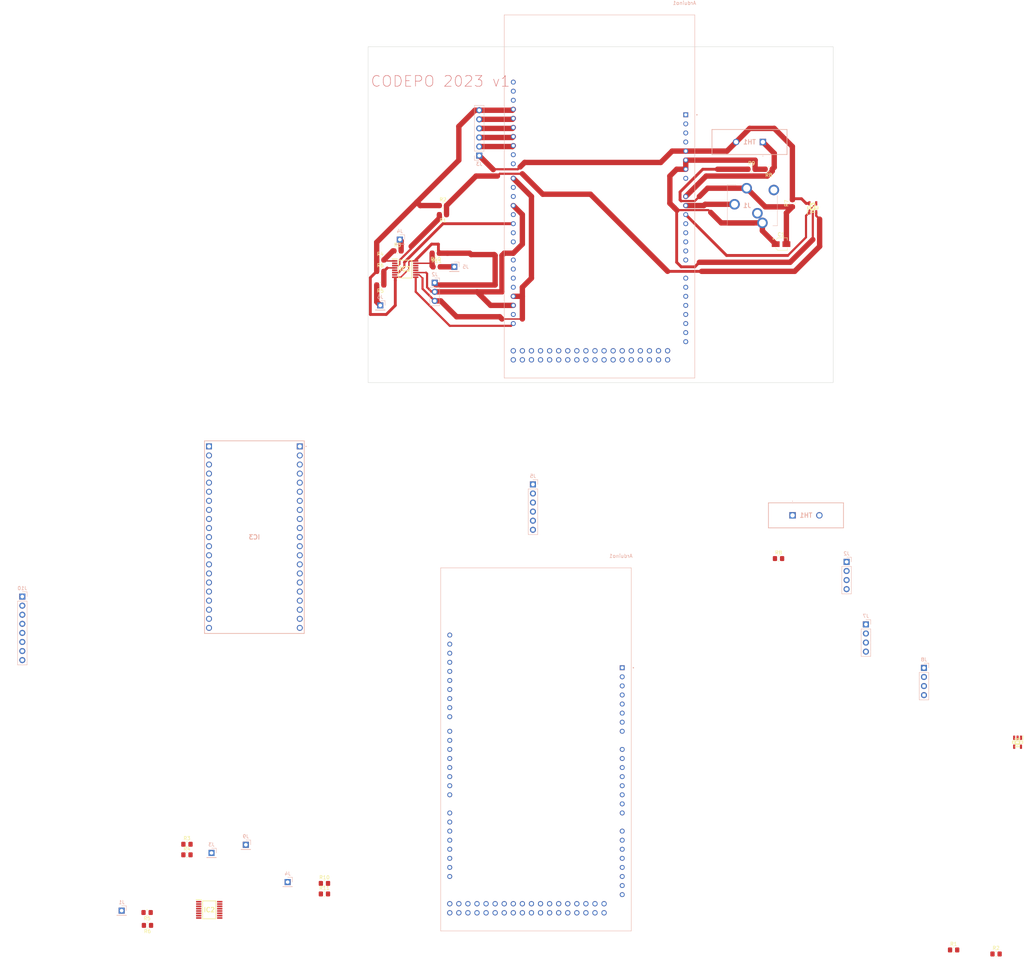
<source format=kicad_pcb>
(kicad_pcb (version 20221018) (generator pcbnew)
  (layers (0 "F.Cu" signal) (31 "B.Cu" signal) (34 "B.Paste" user) (35 "F.Paste" user) (36 "B.SilkS" user "B.Silkscreen") (37 "F.SilkS" user "F.Silkscreen") (38 "B.Mask" user) (39 "F.Mask" user) (44 "Edge.Cuts" user))
  (net 0 "")
  (net 5 "5V")
  (net 6 "0")
  (net 8 "Net-(Arduino1-ADC0)")
  (net 9 "Net-(Arduino1-ADC1)")
  (net 10 "Net-(Arduino1-ADC2)")
  (net 11 "Net-(Arduino1-ADC3)")
  (net 12 "Net-(Arduino1-ADC4)")
  (net 13 "Net-(Arduino1-ADC5)")
  (net 14 "Net-(Arduino1-ADC6)")
  (net 15 "Net-(Arduino1-ADC7)")
  (net 60 "Net-(Arduino1-D18{slash}TX1)")
  (net 62 "Net-(Arduino1-D19{slash}RX1)")
  (net 63 "Net-(Arduino1-D17{slash}RX2)")
  (net 64 "Net-(Arduino1-D16{slash}TX2)")
  (net 69 "Net-(Arduino1-D2)")
  (net 84 "Net-(IC1-+IN)")
  (net 85 "Net-(IC2-S4)")
  (net 87 "Net-(IC2-D)")
  (net 88 "Net-(IC2-S7)")
  (net 92 "Net-(IC2-S0)")
  (net 94 "Net-(IC2-S2)")
  (net 134 "Net-(J1-Pin_1)")
  (net 135 "Net-(J3-Pin_1)")
  (net 136 "Net-(J4-Pin_1)")
  (footprint "Resistor_SMD:R_0805_2012Metric_Pad1.20x1.40mm_HandSolder" (layer "F.Cu") (at 72.55 147.475)
    (fp_text reference "R11")
    (fp_text value "910Kohm")
  )
  (footprint "Capacitor_SMD:CP_Elec_3x5.3" (layer "F.Cu") (at 200.33 -34.37)
    (fp_text reference "C1")
    (fp_text value "100 uF" hide)
  )
  (footprint "Resistor_SMD:R_0805_2012Metric_Pad1.20x1.40mm_HandSolder" (layer "F.Cu") (at 93.015 -32.465)
    (fp_text reference "R3")
    (fp_text value "910Kohm")
  )
  (footprint "Resistor_SMD:R_0805_2012Metric_Pad1.20x1.40mm_HandSolder" (layer "F.Cu") (at 192.075 -55.325)
    (fp_text reference "R9")
    (fp_text value "10kohm")
  )
  (footprint "Resistor_SMD:R_0805_2012Metric_Pad1.20x1.40mm_HandSolder" (layer "F.Cu") (at 105.715 -42.625 180)
    (fp_text reference "R1")
    (fp_text value "910kohm")
  )
  (footprint "Resistor_SMD:R_0805_2012Metric_Pad1.20x1.40mm_HandSolder" (layer "F.Cu") (at 23.025 156.275 180)
    (fp_text reference "R6")
    (fp_text value "300kohm")
  )
  (footprint "TMUX:SOP65P640X120-16N" (layer "F.Cu") (at 95.157 -27.385)
    (fp_text reference "IC2")
    (fp_text value "TMUX4051PWR" hide)
  )
  (footprint "OPA182IDBVR:SOT95P280X145-5N" (layer "F.Cu") (at 209.22 -44.53 90)
    (fp_text reference "IC3")
    (fp_text value "OPA182IDBVR" hide)
  )
  (footprint "Resistor_SMD:R_0805_2012Metric_Pad1.20x1.40mm_HandSolder" (layer "F.Cu") (at 88.172 -29.925)
    (fp_text reference "R4")
    (fp_text value "450kohm")
  )
  (footprint "OPA182IDBVR:SOT95P280X145-5N" (layer "F.Cu") (at 266.525 105.025 -90)
    (fp_text reference "IC1")
    (fp_text value "OPA182IDBVR" hide)
  )
  (footprint "Resistor_SMD:R_0805_2012Metric_Pad1.20x1.40mm_HandSolder" (layer "F.Cu") (at 103.682 -31.83 180)
    (fp_text reference "R10")
    (fp_text value "910Kohm")
  )
  (footprint "Resistor_SMD:R_0805_2012Metric_Pad1.20x1.40mm_HandSolder" (layer "F.Cu") (at 34.075 136.525)
    (fp_text reference "R4")
    (fp_text value "450kohm")
  )
  (footprint "Resistor_SMD:R_0805_2012Metric_Pad1.20x1.40mm_HandSolder" (layer "F.Cu") (at 88.172 -26.75)
    (fp_text reference "R6")
    (fp_text value "300kohm")
  )
  (footprint "Resistor_SMD:R_0805_2012Metric_Pad1.20x1.40mm_HandSolder" (layer "F.Cu") (at 203.505 -45.8 90)
    (fp_text reference "R7")
    (fp_text value "10kohm")
  )
  (footprint "Resistor_SMD:R_0805_2012Metric_Pad1.20x1.40mm_HandSolder" (layer "F.Cu") (at 105.715 -45.165)
    (fp_text reference "R2")
    (fp_text value "270kohm")
  )
  (footprint "Resistor_SMD:R_0805_2012Metric_Pad1.20x1.40mm_HandSolder" (layer "F.Cu") (at 248.625 163.15)
    (fp_text reference "R1")
    (fp_text value "910kohm")
  )
  (footprint "TMUX4051PWR:SOP65P640X120-16N" (layer "F.Cu") (at 40.312 151.925)
    (fp_text reference "IC2")
    (fp_text value "TMUX4051PWR" hide)
  )
  (footprint "Resistor_SMD:R_0805_2012Metric_Pad1.20x1.40mm_HandSolder" (layer "F.Cu") (at 34.075 133.575)
    (fp_text reference "R3")
    (fp_text value "910Kohm")
  )
  (footprint "Resistor_SMD:R_0805_2012Metric_Pad1.20x1.40mm_HandSolder" (layer "F.Cu") (at 103.952 -28.02)
    (fp_text reference "R11")
    (fp_text value "910Kohm")
  )
  (footprint "Resistor_SMD:R_0805_2012Metric_Pad1.20x1.40mm_HandSolder" (layer "F.Cu") (at 22.925 152.675 180)
    (fp_text reference "R5")
    (fp_text value "910 kohms")
  )
  (footprint "Resistor_SMD:R_0805_2012Metric_Pad1.20x1.40mm_HandSolder" (layer "F.Cu") (at 260.5 164.275)
    (fp_text reference "R2")
    (fp_text value "270kohm")
  )
  (footprint "Resistor_SMD:R_0805_2012Metric_Pad1.20x1.40mm_HandSolder" (layer "F.Cu") (at 196.885 -55.325 180)
    (fp_text reference "R8")
    (fp_text value "10kohm")
  )
  (footprint "Resistor_SMD:R_0805_2012Metric_Pad1.20x1.40mm_HandSolder" (layer "F.Cu") (at 199.625 53.625)
    (fp_text reference "R8")
    (fp_text value "10kohm")
  )
  (footprint "Resistor_SMD:R_0805_2012Metric_Pad1.20x1.40mm_HandSolder" (layer "F.Cu") (at 88.172 -22.94 180)
    (fp_text reference "R5")
    (fp_text value "910 kohms")
  )
  (footprint "Resistor_SMD:R_0805_2012Metric_Pad1.20x1.40mm_HandSolder" (layer "F.Cu") (at 72.55 144.525)
    (fp_text reference "R10")
    (fp_text value "910Kohm")
  )
  (footprint "Connector_PinHeader_2.54mm:PinHeader_1x01_P2.54mm_Vertical" (layer "B.Cu") (at 93.65 -35.64 180)
    (fp_text reference "J4")
    (fp_text value "Conn_01x01_Pin")
  )
  (footprint "Connector_PinHeader_2.54mm:PinHeader_1x06_P2.54mm_Vertical" (layer "B.Cu") (at 115.875 -59.135)
    (fp_text reference "J3")
    (fp_text value "Conn_01x06_Pin")
  )
  (footprint "thermistor ntc:B57364S0300M000" (layer "B.Cu") (at 195.25 -62.945 180)
    (fp_text reference "TH1")
    (fp_text value "Thermistor_NTC" hide)
  )
  (footprint "Connector_PinHeader_2.54mm:PinHeader_1x04_P2.54mm_Vertical" (layer "B.Cu") (at 218.675 54.56 180)
    (fp_text reference "J2")
    (fp_text value "Conn_01x04_Pin")
  )
  (footprint "Connector_PinHeader_2.54mm:PinHeader_1x06_P2.54mm_Vertical" (layer "B.Cu") (at 130.9 32.87 180)
    (fp_text reference "J5")
    (fp_text value "Conn_01x06_Pin")
  )
  (footprint "ESP32-S2-Saola-1RI:ESP32S2Saola1RI" (layer "B.Cu") (at 65.65 22.225 180)
    (fp_text reference "IC3")
    (fp_text value "ESP32-S2-Saola-1RI" hide)
  )
  (footprint "Connector_PinHeader_2.54mm:PinHeader_1x04_P2.54mm_Vertical" (layer "B.Cu") (at 224.075 72.05 180)
    (fp_text reference "J7")
    (fp_text value "Conn_01x04_Pin")
  )
  (footprint "Connector_PinHeader_2.54mm:PinHeader_1x01_P2.54mm_Vertical" (layer "B.Cu") (at 40.95 136 180)
    (fp_text reference "J3")
    (fp_text value "Conn_01x01_Pin")
  )
  (footprint "thermistor ntc:B57364S0300M000" (layer "B.Cu") (at 203.55 41.525)
    (fp_text reference "TH1")
    (fp_text value "Thermistor_NTC" hide)
  )
  (footprint "Connector_PinHeader_2.54mm:PinHeader_1x01_P2.54mm_Vertical" (layer "B.Cu") (at 108.89 -28.02 180)
    (fp_text reference "J5")
    (fp_text value "Conn_01x01_Pin")
  )
  (footprint "Connector_PinHeader_2.54mm:PinHeader_1x08_P2.54mm_Vertical" (layer "B.Cu") (at -12 64.265 180)
    (fp_text reference "J10")
    (fp_text value "Conn_01x08_Pin")
  )
  (footprint "Connector_PinHeader_2.54mm:PinHeader_1x01_P2.54mm_Vertical" (layer "B.Cu") (at 62.25 144.15 180)
    (fp_text reference "J4")
    (fp_text value "Conn_01x01_Pin")
  )
  (footprint "A000062 (2):MODULE_A000062" (layer "B.Cu") (at 149.53 -47.705 180)
    (fp_text reference "Arduino1")
    (fp_text value "DUE")
  )
  (footprint "35RAPC4BH3:35RAPC4BH3" (layer "B.Cu") (at 187.3165 -45.515)
    (fp_text reference "J1")
    (fp_text value "35RAPC4BH3" hide)
  )
  (footprint "Connector_PinHeader_2.54mm:PinHeader_1x04_P2.54mm_Vertical" (layer "B.Cu") (at 240.325 84.22 180)
    (fp_text reference "J8")
    (fp_text value "Conn_01x04_Pin")
  )
  (footprint "Connector_PinHeader_2.54mm:PinHeader_1x01_P2.54mm_Vertical" (layer "B.Cu") (at 88.172 -17.225 180)
    (fp_text reference "J6")
    (fp_text value "Conn_01x01_Pin")
  )
  (footprint "Connector_PinHeader_2.54mm:PinHeader_1x03_P2.54mm_Vertical" (layer "B.Cu") (at 103.412 -23.56 180)
    (fp_text reference "J2")
    (fp_text value "Conn_01x03_Pin")
  )
  (footprint "Connector_PinHeader_2.54mm:PinHeader_1x01_P2.54mm_Vertical" (layer "B.Cu") (at 50.55 133.725 180)
    (fp_text reference "J9")
    (fp_text value "Conn_01x01_Pin")
  )
  (footprint "A000062 (2):MODULE_A000062" (layer "B.Cu") (at 131.75 107.035 180)
    (fp_text reference "Arduino1")
    (fp_text value "DUE")
  )
  (footprint "Connector_PinHeader_2.54mm:PinHeader_1x01_P2.54mm_Vertical" (layer "B.Cu") (at 15.8 152.15 180)
    (fp_text reference "J1")
    (fp_text value "Conn_01x01_Pin")
  )
  (gr_rect (start 84.76 -89.615) (end 214.935 4.365) (stroke (width 0.1)) (fill none) (layer "Edge.Cuts"))
  (gr_text "CODEPO 2023 v1	" (at 85.395 -78.185) (layer "F.Cu") (effects (font (size 3 3) (thickness 0.1)) (justify left bottom)))
  (segment (start 185.09 -31.195) (end 173.66 -42.625) (width 0.8) (layer "F.Cu") (net 0))
  (segment (start 127.94 -13.415) (end 127.94 -19.765) (width 1.5) (layer "F.Cu") (net 0))
  (segment (start 173.955 -42.33) (end 173.66 -42.625) (width 0.35) (layer "F.Cu") (net 0))
  (segment (start 103.412 -18.48) (end 100 -21.892) (width 0.6) (layer "F.Cu") (net 0))
  (segment (start 198.425 -55.865) (end 197.885 -55.325) (width 1.5) (layer "F.Cu") (net 0))
  (segment (start 198.425 -66.755) (end 203.505 -61.675) (width 1.5) (layer "F.Cu") (net 0))
  (segment (start 171.12 -29.29) (end 171.12 -43.775) (width 0.8) (layer "F.Cu") (net 0))
  (segment (start 115.875 -69.295) (end 125.146 -69.295) (width 1.5) (layer "F.Cu") (net 0))
  (segment (start 100 -24.845) (end 99.085 -25.76) (width 0.4) (layer "F.Cu") (net 0))
  (segment (start 209.22 -43.28) (end 209.22 -35.64) (width 0.6) (layer "F.Cu") (net 0))
  (segment (start 127.94 -34.37) (end 127.94 -42.625) (width 1.5) (layer "F.Cu") (net 0))
  (segment (start 180.01 -43.895) (end 171.12 -43.895) (width 0.6) (layer "F.Cu") (net 0))
  (segment (start 176.2 -46.435) (end 172.39 -46.435) (width 0.6) (layer "F.Cu") (net 0))
  (segment (start 105.715 -40.085) (end 125.4 -40.085) (width 0.8) (layer "F.Cu") (net 0))
  (segment (start 177.47 -47.705) (end 176.2 -46.435) (width 0.6) (layer "F.Cu") (net 0))
  (segment (start 113.5885 -31.4485) (end 120.0665 -31.4485) (width 1.5) (layer "F.Cu") (net 0))
  (segment (start 106.715 -45.165) (end 106.715 -42.625) (width 1.5) (layer "F.Cu") (net 0))
  (segment (start 100.975 -26.41) (end 98.095 -26.41) (width 0.4) (layer "F.Cu") (net 0))
  (segment (start 103.412 -21.02) (end 115.255 -21.02) (width 1.5) (layer "F.Cu") (net 0))
  (segment (start 115.875 -61.675) (end 125.146 -61.675) (width 1.5) (layer "F.Cu") (net 0))
  (segment (start 166.675 -57.23) (end 169.85 -60.405) (width 1.5) (layer "F.Cu") (net 0))
  (segment (start 89.172 -26.75) (end 90.132 -27.71) (width 0.8) (layer "F.Cu") (net 0))
  (segment (start 182.55 -55.325) (end 191.075 -55.325) (width 1.5) (layer "F.Cu") (net 0))
  (segment (start 119.05 -17.225) (end 125.4 -17.225) (width 1.5) (layer "F.Cu") (net 0))
  (segment (start 195.1165 -40.315) (end 195.1165 -38.0835) (width 1.5) (layer "F.Cu") (net 0))
  (segment (start 102.555 -21.02) (end 101.27 -22.305) (width 0.6) (layer "F.Cu") (net 0))
  (segment (start 99.365 -45.165) (end 98.4125 -46.1175) (width 1.5) (layer "F.Cu") (net 0))
  (segment (start 96.825 -33.1) (end 93.65 -29.925) (width 0.6) (layer "F.Cu") (net 0))
  (segment (start 92.219 -26.41) (end 93.2815 -26.41) (width 0.35) (layer "F.Cu") (net 0))
  (segment (start 172.39 -28.02) (end 171.12 -29.29) (width 0.8) (layer "F.Cu") (net 0))
  (segment (start 101.27 -26.115) (end 100.975 -26.41) (width 0.6) (layer "F.Cu") (net 0))
  (segment (start 127.305 -55.96) (end 128.575 -57.23) (width 1.5) (layer "F.Cu") (net 0))
  (segment (start 87.172 -18.225) (end 88.172 -17.225) (width 1.5) (layer "F.Cu") (net 0))
  (segment (start 106.715 -45.165) (end 114.97 -53.42) (width 1.5) (layer "F.Cu") (net 0))
  (segment (start 203.505 -44.8) (end 201.83 -43.125) (width 1.5) (layer "F.Cu") (net 0))
  (segment (start 172.0725 -48.975) (end 178.4225 -55.325) (width 0.8) (layer "F.Cu") (net 0))
  (segment (start 121.59 -54.055) (end 127.94 -54.055) (width 0.6) (layer "F.Cu") (net 0))
  (segment (start 190.7165 -50.015) (end 195.9315 -44.8) (width 1.5) (layer "F.Cu") (net 0))
  (segment (start 87.467 -28.36) (end 87.172 -28.655) (width 0.4) (layer "F.Cu") (net 0))
  (segment (start 195.885 -55.325) (end 193.075 -55.325) (width 1.5) (layer "F.Cu") (net 0))
  (segment (start 190.7165 -50.015) (end 179.78 -50.015) (width 1.5) (layer "F.Cu") (net 0))
  (segment (start 178.105 -26.75) (end 168.58 -26.75) (width 0.8) (layer "F.Cu") (net 0))
  (segment (start 122.225 -31.195) (end 122.86 -31.83) (width 1.5) (layer "F.Cu") (net 0))
  (segment (start 127.94 -19.765) (end 127.94 -22.305) (width 1.5) (layer "F.Cu") (net 0))
  (segment (start 115.875 -64.215) (end 125.146 -64.215) (width 1.5) (layer "F.Cu") (net 0))
  (segment (start 103.412 -21.02) (end 102.555 -21.02) (width 0.4) (layer "F.Cu") (net 0))
  (segment (start 196.477056 -53.42) (end 179.375 -53.42) (width 1.5) (layer "F.Cu") (net 0))
  (segment (start 110.16 -57.865) (end 110.16 -67.322081) (width 1.5) (layer "F.Cu") (net 0))
  (segment (start 178.4225 -55.325) (end 182.55 -55.325) (width 0.8) (layer "F.Cu") (net 0))
  (segment (start 107.62 -11.51) (end 124.765 -11.51) (width 0.6) (layer "F.Cu") (net 0))
  (segment (start 125.146 -61.675) (end 125.4 -61.929) (width 1.5) (layer "F.Cu") (net 0))
  (segment (start 173.955 -40.38) (end 173.66 -40.085) (width 0.35) (layer "F.Cu") (net 0))
  (segment (start 87.172 -34.877) (end 98.4125 -46.1175) (width 1.5) (layer "F.Cu") (net 0))
  (segment (start 102.682 -29.29) (end 102.682 -28.29) (width 1.5) (layer "F.Cu") (net 0))
  (segment (start 120.32 -31.195) (end 120.32 -22.94) (width 1.5) (layer "F.Cu") (net 0))
  (segment (start 98.095 -24.845) (end 98.095 -21.035) (width 0.6) (layer "F.Cu") (net 0))
  (segment (start 203.505 -61.675) (end 203.505 -46.8) (width 1.5) (layer "F.Cu") (net 0))
  (segment (start 203.775 -47.07) (end 203.505 -46.8) (width 0.8) (layer "F.Cu") (net 0))
  (segment (start 120.32 -22.94) (end 103.81 -22.94) (width 1.5) (layer "F.Cu") (net 0))
  (segment (start 96.825 -33.735) (end 96.825 -33.1) (width 0.35) (layer "F.Cu") (net 0))
  (segment (start 125.146 -66.755) (end 125.4 -67.009) (width 1.5) (layer "F.Cu") (net 0))
  (segment (start 179.375 -53.42) (end 173.66 -47.705) (width 1.5) (layer "F.Cu") (net 0))
  (segment (start 92.219 -29.66) (end 89.437 -29.66) (width 0.4) (layer "F.Cu") (net 0))
  (segment (start 124.765 -11.51) (end 125.4 -12.145) (width 0.6) (layer "F.Cu") (net 0))
  (segment (start 93.2815 -28.36) (end 92.219 -28.36) (width 0.35) (layer "F.Cu") (net 0))
  (segment (start 87.172 -29.925) (end 87.172 -34.877) (width 1.5) (layer "F.Cu") (net 0))
  (segment (start 179.09 -45.515) (end 178.74 -45.165) (width 1.5) (layer "F.Cu") (net 0))
  (segment (start 104.715 -45.165) (end 99.365 -45.165) (width 1.5) (layer "F.Cu") (net 0))
  (segment (start 98.4125 -46.1175) (end 110.16 -57.865) (width 1.5) (layer "F.Cu") (net 0))
  (segment (start 104.445 -32.564056) (end 104.445 -34.37) (width 0.8) (layer "F.Cu") (net 0))
  (segment (start 102.54 -34.37) (end 98.095 -29.925) (width 0.8) (layer "F.Cu") (net 0))
  (segment (start 93.2815 -26.41) (end 94.92 -28.0485) (width 0.6) (layer "F.Cu") (net 0))
  (segment (start 178.105 -26.75) (end 204.14 -26.75) (width 1.5) (layer "F.Cu") (net 0))
  (segment (start 171.12 -55.325) (end 173.66 -55.325) (width 1.5) (layer "F.Cu") (net 0))
  (segment (start 100 -21.892) (end 100 -24.845) (width 0.6) (layer "F.Cu") (net 0))
  (segment (start 120.955 -53.42) (end 121.59 -54.055) (width 0.6) (layer "F.Cu") (net 0))
  (segment (start 114.672919 -71.835) (end 115.875 -71.835) (width 1.5) (layer "F.Cu") (net 0))
  (segment (start 87.172 -22.94) (end 87.172 -18.225) (width 1.5) (layer "F.Cu") (net 0))
  (segment (start 207.315 -36.275) (end 202.235 -31.195) (width 0.6) (layer "F.Cu") (net 0))
  (segment (start 210.17 -42.31) (end 210.17 -43.28) (width 0.6) (layer "F.Cu") (net 0))
  (segment (start 168.58 -26.75) (end 146.99 -48.34) (width 1.5) (layer "F.Cu") (net 0))
  (segment (start 93.915 -25.11) (end 96.19 -27.385) (width 0.4) (layer "F.Cu") (net 0))
  (segment (start 96.19 -29.42863) (end 96.42137 -29.66) (width 0.4) (layer "F.Cu") (net 0))
  (segment (start 146.99 -48.34) (end 133.655 -48.34) (width 1.5) (layer "F.Cu") (net 0))
  (segment (start 125.4 -31.83) (end 127.94 -34.37) (width 1.5) (layer "F.Cu") (net 0))
  (segment (start 171.12 -43.775) (end 171.18 -43.835) (width 0.6) (layer "F.Cu") (net 0))
  (segment (start 206.045 -47.07) (end 203.775 -47.07) (width 0.8) (layer "F.Cu") (net 0))
  (segment (start 104.682 -31.83) (end 104.682 -32.327056) (width 0.8) (layer "F.Cu") (net 0))
  (segment (start 103.412 -23.338) (end 103.412 -23.56) (width 1.5) (layer "F.Cu") (net 0))
  (segment (start 122.225 -21.02) (end 122.225 -31.195) (width 1.5) (layer "F.Cu") (net 0))
  (segment (start 169.215 -45.8) (end 169.215 -53.42) (width 1.5) (layer "F.Cu") (net 0))
  (segment (start 104.445 -34.37) (end 102.54 -34.37) (width 0.8) (layer "F.Cu") (net 0))
  (segment (start 104.682 -31.83) (end 106.985 -31.83) (width 1.5) (layer "F.Cu") (net 0))
  (segment (start 93.65 -28.7285) (end 93.2815 -28.36) (width 0.35) (layer "F.Cu") (net 0))
  (segment (start 208.27 -43.28) (end 208.27 -43.88) (width 0.254) (layer "F.Cu") (net 0))
  (segment (start 197.885 -54.827944) (end 196.477056 -53.42) (width 1.5) (layer "F.Cu") (net 0))
  (segment (start 122.86 -31.83) (end 125.4 -31.83) (width 1.5) (layer "F.Cu") (net 0))
  (segment (start 103.81 -22.94) (end 103.412 -23.338) (width 1.5) (layer "F.Cu") (net 0))
  (segment (start 94.92 -28.0485) (end 94.92 -29.29) (width 0.6) (layer "F.Cu") (net 0))
  (segment (start 120.0665 -31.4485) (end 120.32 -31.195) (width 1.5) (layer "F.Cu") (net 0))
  (segment (start 115.875 -71.835) (end 125.146 -71.835) (width 1.5) (layer "F.Cu") (net 0))
  (segment (start 87.172 -26.75) (end 87.172 -28.655) (width 1.5) (layer "F.Cu") (net 0))
  (segment (start 87.172 -28.655) (end 87.172 -29.925) (width 1.5) (layer "F.Cu") (net 0))
  (segment (start 176.2 -28.02) (end 172.39 -28.02) (width 0.8) (layer "F.Cu") (net 0))
  (segment (start 128.575 -57.23) (end 166.675 -57.23) (width 1.5) (layer "F.Cu") (net 0))
  (segment (start 121.59 -14.05) (end 122.225 -13.415) (width 1.5) (layer "F.Cu") (net 0))
  (segment (start 89.84 -14.685) (end 85.395 -14.685) (width 0.8) (layer "F.Cu") (net 0))
  (segment (start 102.682 -29.29) (end 102.402 -29.01) (width 0.4) (layer "F.Cu") (net 0))
  (segment (start 114.97 -53.42) (end 120.955 -53.42) (width 1.5) (layer "F.Cu") (net 0))
  (segment (start 187.3165 -45.515) (end 179.09 -45.515) (width 1.5) (layer "F.Cu") (net 0))
  (segment (start 172.0725 -46.7525) (end 172.39 -46.435) (width 0.8) (layer "F.Cu") (net 0))
  (segment (start 110.16 -67.322081) (end 114.672919 -71.835) (width 1.5) (layer "F.Cu") (net 0))
  (segment (start 104.682 -32.327056) (end 104.445 -32.564056) (width 0.8) (layer "F.Cu") (net 0))
  (segment (start 208.27 -43.88) (end 210.17 -45.78) (width 0.35) (layer "F.Cu") (net 0))
  (segment (start 92.219 -17.064) (end 89.84 -14.685) (width 0.8) (layer "F.Cu") (net 0))
  (segment (start 85.395 -14.685) (end 85.395 -24.973) (width 0.8) (layer "F.Cu") (net 0))
  (segment (start 125.146 -64.215) (end 125.4 -64.469) (width 1.5) (layer "F.Cu") (net 0))
  (segment (start 85.395 -24.973) (end 87.172 -26.75) (width 0.8) (layer "F.Cu") (net 0))
  (segment (start 185.21 -60.405) (end 187.75 -62.945) (width 1.5) (layer "F.Cu") (net 0))
  (segment (start 115.255 -21.02) (end 122.225 -21.02) (width 1.5) (layer "F.Cu") (net 0))
  (segment (start 130.48 -47.705) (end 125.4 -52.785) (width 1.5) (layer "F.Cu") (net 0))
  (segment (start 170.485 -44.53) (end 171.18 -43.835) (width 1.5) (layer "F.Cu") (net 0))
  (segment (start 125.146 -71.835) (end 125.4 -72.089) (width 1.5) (layer "F.Cu") (net 0))
  (segment (start 104.715 -42.625) (end 104.715 -41.625) (width 1.5) (layer "F.Cu") (net 0))
  (segment (start 195.1165 -38.0835) (end 198.83 -34.37) (width 1.5) (layer "F.Cu") (net 0))
  (segment (start 92.38 -17.225) (end 92.38 -24.21) (width 0.8) (layer "F.Cu") (net 0))
  (segment (start 113.207 -31.83) (end 113.5885 -31.4485) (width 1.5) (layer "F.Cu") (net 0))
  (segment (start 195.25 -62.945) (end 198.425 -59.77) (width 1.5) (layer "F.Cu") (net 0))
  (segment (start 96.19 -27.385) (end 96.19 -29.42863) (width 0.4) (layer "F.Cu") (net 0))
  (segment (start 102.682 -28.29) (end 102.952 -28.02) (width 1.5) (layer "F.Cu") (net 0))
  (segment (start 171.12 -43.895) (end 170.485 -44.53) (width 0.6) (layer "F.Cu") (net 0))
  (segment (start 94.015 -35.275) (end 93.65 -35.64) (width 1.5) (layer "F.Cu") (net 0))
  (segment (start 92.38 -24.21) (end 92.38 -24.845) (width 0.8) (layer "F.Cu") (net 0))
  (segment (start 127.94 -22.305) (end 130.48 -24.845) (width 1.5) (layer "F.Cu") (net 0))
  (segment (start 191.56 -66.755) (end 198.425 -66.755) (width 1.5) (layer "F.Cu") (net 0))
  (segment (start 204.14 -26.75) (end 211.125 -33.735) (width 1.5) (layer "F.Cu") (net 0))
  (segment (start 208.27 -43.28) (end 207.315 -42.325) (width 0.6) (layer "F.Cu") (net 0))
  (segment (start 119.895 -55.325) (end 119.79 -55.22) (width 0.35) (layer "F.Cu") (net 0))
  (segment (start 126.67 -55.325) (end 119.895 -55.325) (width 0.6) (layer "F.Cu") (net 0))
  (segment (start 89.172 -22.94) (end 89.172 -26.75) (width 1.5) (layer "F.Cu") (net 0))
  (segment (start 98.095 -21.035) (end 107.62 -11.51) (width 0.6) (layer "F.Cu") (net 0))
  (segment (start 180.645 -43.26) (end 180.01 -43.895) (width 0.35) (layer "F.Cu") (net 0))
  (segment (start 130.48 -24.845) (end 130.48 -47.705) (width 1.5) (layer "F.Cu") (net 0))
  (segment (start 92.219 -25.11) (end 93.915 -25.11) (width 0.4) (layer "F.Cu") (net 0))
  (segment (start 99.085 -25.76) (end 98.095 -25.76) (width 0.4) (layer "F.Cu") (net 0))
  (segment (start 207.335 -45.78) (end 206.045 -47.07) (width 0.8) (layer "F.Cu") (net 0))
  (segment (start 103.412 -18.48) (end 105.095 -18.48) (width 1.5) (layer "F.Cu") (net 0))
  (segment (start 169.85 -60.405) (end 173.66 -60.405) (width 1.5) (layer "F.Cu") (net 0))
  (segment (start 173.66 -57.865) (end 173.66 -55.325) (width 1.5) (layer "F.Cu") (net 0))
  (segment (start 177.47 -29.29) (end 176.2 -28.02) (width 0.8) (layer "F.Cu") (net 0))
  (segment (start 211.125 -41.355) (end 210.17 -42.31) (width 0.6) (layer "F.Cu") (net 0))
  (segment (start 195.1165 -40.315) (end 183.59 -40.315) (width 1.5) (layer "F.Cu") (net 0))
  (segment (start 102.682 -31.83) (end 102.682 -29.29) (width 1.5) (layer "F.Cu") (net 0))
  (segment (start 202.87 -29.29) (end 177.47 -29.29) (width 1.5) (layer "F.Cu") (net 0))
  (segment (start 127.94 -42.625) (end 125.4 -45.165) (width 1.5) (layer "F.Cu") (net 0))
  (segment (start 202.235 -31.195) (end 185.09 -31.195) (width 0.8) (layer "F.Cu") (net 0))
  (segment (start 93.65 -29.925) (end 93.65 -28.7285) (width 0.35) (layer "F.Cu") (net 0))
  (segment (start 195.9315 -44.8) (end 203.505 -44.8) (width 1.5) (layer "F.Cu") (net 0))
  (segment (start 122.225 -13.415) (end 127.94 -13.415) (width 0.4) (layer "F.Cu") (net 0))
  (segment (start 193.075 -57.865) (end 173.66 -57.865) (width 1.5) (layer "F.Cu") (net 0))
  (segment (start 106.985 -31.83) (end 113.207 -31.83) (width 1.5) (layer "F.Cu") (net 0))
  (segment (start 197.885 -55.325) (end 197.885 -54.827944) (width 1.5) (layer "F.Cu") (net 0))
  (segment (start 187.75 -62.945) (end 191.56 -66.755) (width 1.5) (layer "F.Cu") (net 0))
  (segment (start 92.015 -32.465) (end 91.712 -32.465) (width 1.5) (layer "F.Cu") (net 0))
  (segment (start 96.42137 -29.66) (end 98.095 -29.66) (width 0.4) (layer "F.Cu") (net 0))
  (segment (start 172.0725 -48.975) (end 172.0725 -46.7525) (width 0.8) (layer "F.Cu") (net 0))
  (segment (start 207.315 -42.325) (end 207.315 -36.275) (width 0.6) (layer "F.Cu") (net 0))
  (segment (start 193.075 -55.325) (end 193.075 -57.865) (width 1.5) (layer "F.Cu") (net 0))
  (segment (start 125.4 -19.765) (end 127.94 -19.765) (width 1.5) (layer "F.Cu") (net 0))
  (segment (start 179.78 -50.015) (end 177.47 -47.705) (width 1.5) (layer "F.Cu") (net 0))
  (segment (start 119.79 -55.22) (end 115.875 -59.135) (width 1.5) (layer "F.Cu") (net 0))
  (segment (start 115.875 -66.755) (end 125.146 -66.755) (width 1.5) (layer "F.Cu") (net 0))
  (segment (start 169.215 -53.42) (end 171.12 -55.325) (width 1.5) (layer "F.Cu") (net 0))
  (segment (start 208.27 -45.78) (end 207.335 -45.78) (width 0.8) (layer "F.Cu") (net 0))
  (segment (start 178.74 -45.165) (end 173.66 -45.165) (width 1.5) (layer "F.Cu") (net 0))
  (segment (start 92.219 -17.064) (end 92.38 -17.225) (width 0.8) (layer "F.Cu") (net 0))
  (segment (start 115.255 -21.02) (end 119.05 -17.225) (width 1.5) (layer "F.Cu") (net 0))
  (segment (start 104.952 -28.02) (end 108.89 -28.02) (width 1.5) (layer "F.Cu") (net 0))
  (segment (start 101.27 -22.305) (end 101.27 -26.115) (width 0.6) (layer "F.Cu") (net 0))
  (segment (start 198.425 -59.77) (end 198.425 -55.865) (width 1.5) (layer "F.Cu") (net 0))
  (segment (start 211.125 -33.735) (end 211.125 -41.355) (width 1.5) (layer "F.Cu") (net 0))
  (segment (start 125.146 -69.295) (end 125.4 -69.549) (width 1.5) (layer "F.Cu") (net 0))
  (segment (start 209.22 -35.64) (end 202.87 -29.29) (width 1.5) (layer "F.Cu") (net 0))
  (segment (start 89.437 -29.66) (end 89.172 -29.925) (width 0.4) (layer "F.Cu") (net 0))
  (segment (start 102.402 -29.01) (end 98.095 -29.01) (width 0.4) (layer "F.Cu") (net 0))
  (segment (start 170.485 -44.53) (end 169.215 -45.8) (width 1.5) (layer "F.Cu") (net 0))
  (segment (start 90.132 -27.71) (end 92.219 -27.71) (width 0.4) (layer "F.Cu") (net 0))
  (segment (start 109.525 -14.05) (end 121.59 -14.05) (width 1.5) (layer "F.Cu") (net 0))
  (segment (start 94.015 -32.465) (end 94.015 -35.275) (width 1.5) (layer "F.Cu") (net 0))
  (segment (start 91.712 -32.465) (end 89.172 -29.925) (width 1.5) (layer "F.Cu") (net 0))
  (segment (start 105.095 -18.48) (end 109.525 -14.05) (width 1.5) (layer "F.Cu") (net 0))
  (segment (start 201.83 -43.125) (end 201.83 -34.42) (width 1.5) (layer "F.Cu") (net 0))
  (segment (start 173.66 -60.405) (end 185.21 -60.405) (width 1.5) (layer "F.Cu") (net 0))
  (segment (start 104.715 -41.625) (end 96.825 -33.735) (width 1.5) (layer "F.Cu") (net 0))
  (segment (start 94.92 -29.29) (end 105.715 -40.085) (width 0.8) (layer "F.Cu") (net 0))
  (segment (start 127.305 -55.96) (end 126.67 -55.325) (width 0.6) (layer "F.Cu") (net 0))
  (segment (start 183.59 -40.315) (end 180.645 -43.26) (width 1.5) (layer "F.Cu") (net 0))
  (segment (start 133.655 -48.34) (end 127.94 -54.055) (width 1.5) (layer "F.Cu") (net 0))
)
</source>
